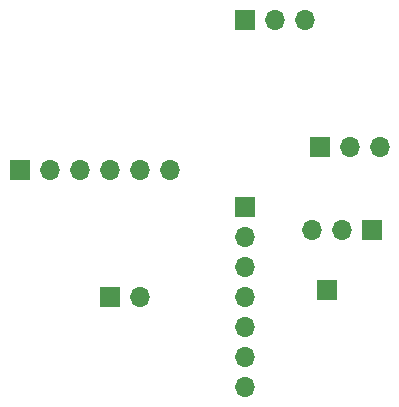
<source format=gbr>
G04 #@! TF.FileFunction,Copper,L1,Top,Signal*
%FSLAX46Y46*%
G04 Gerber Fmt 4.6, Leading zero omitted, Abs format (unit mm)*
G04 Created by KiCad (PCBNEW 4.0.6) date 04/25/17 20:01:29*
%MOMM*%
%LPD*%
G01*
G04 APERTURE LIST*
%ADD10C,0.100000*%
%ADD11R,1.700000X1.700000*%
%ADD12O,1.700000X1.700000*%
%ADD13C,0.250000*%
G04 APERTURE END LIST*
D10*
D11*
X187960000Y-104775000D03*
D12*
X190500000Y-104775000D03*
X193040000Y-104775000D03*
D11*
X176530000Y-128270000D03*
D12*
X179070000Y-128270000D03*
D11*
X168910000Y-117475000D03*
D12*
X171450000Y-117475000D03*
X173990000Y-117475000D03*
X176530000Y-117475000D03*
X179070000Y-117475000D03*
X181610000Y-117475000D03*
D11*
X187960000Y-120650000D03*
D12*
X187960000Y-123190000D03*
X187960000Y-125730000D03*
X187960000Y-128270000D03*
X187960000Y-130810000D03*
X187960000Y-133350000D03*
X187960000Y-135890000D03*
D11*
X198755000Y-122555000D03*
D12*
X196215000Y-122555000D03*
X193675000Y-122555000D03*
D11*
X194945000Y-127635000D03*
X194310000Y-115570000D03*
D12*
X196850000Y-115570000D03*
X199390000Y-115570000D03*
D13*
X196215000Y-122555000D02*
X196215000Y-123190000D01*
X171450000Y-118110000D02*
X171450000Y-117475000D01*
M02*

</source>
